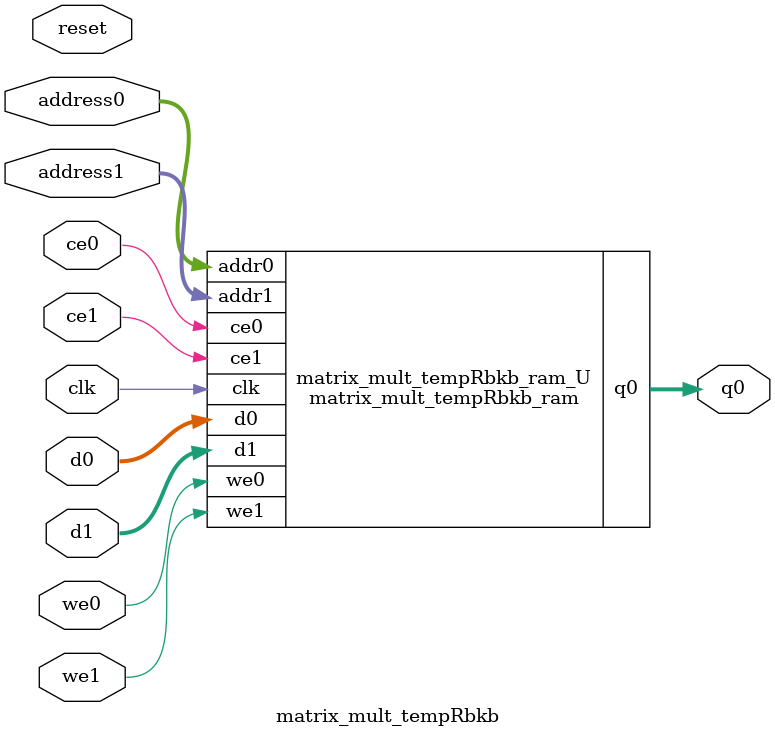
<source format=v>

`timescale 1 ns / 1 ps
module matrix_mult_tempRbkb_ram (addr0, ce0, d0, we0, q0, addr1, ce1, d1, we1,  clk);

parameter DWIDTH = 32;
parameter AWIDTH = 6;
parameter MEM_SIZE = 64;

input[AWIDTH-1:0] addr0;
input ce0;
input[DWIDTH-1:0] d0;
input we0;
output reg[DWIDTH-1:0] q0;
input[AWIDTH-1:0] addr1;
input ce1;
input[DWIDTH-1:0] d1;
input we1;
input clk;

(* ram_style = "block" *)reg [DWIDTH-1:0] ram[0:MEM_SIZE-1];




always @(posedge clk)  
begin 
    if (ce0) 
    begin
        if (we0) 
        begin 
            ram[addr0] <= d0; 
            q0 <= d0;
        end 
        else 
            q0 <= ram[addr0];
    end
end


always @(posedge clk)  
begin 
    if (ce1) 
    begin
        if (we1) 
        begin 
            ram[addr1] <= d1; 
        end 
    end
end


endmodule


`timescale 1 ns / 1 ps
module matrix_mult_tempRbkb(
    reset,
    clk,
    address0,
    ce0,
    we0,
    d0,
    q0,
    address1,
    ce1,
    we1,
    d1);

parameter DataWidth = 32'd32;
parameter AddressRange = 32'd64;
parameter AddressWidth = 32'd6;
input reset;
input clk;
input[AddressWidth - 1:0] address0;
input ce0;
input we0;
input[DataWidth - 1:0] d0;
output[DataWidth - 1:0] q0;
input[AddressWidth - 1:0] address1;
input ce1;
input we1;
input[DataWidth - 1:0] d1;



matrix_mult_tempRbkb_ram matrix_mult_tempRbkb_ram_U(
    .clk( clk ),
    .addr0( address0 ),
    .ce0( ce0 ),
    .d0( d0 ),
    .we0( we0 ),
    .q0( q0 ),
    .addr1( address1 ),
    .ce1( ce1 ),
    .d1( d1 ),
    .we1( we1 ));

endmodule


</source>
